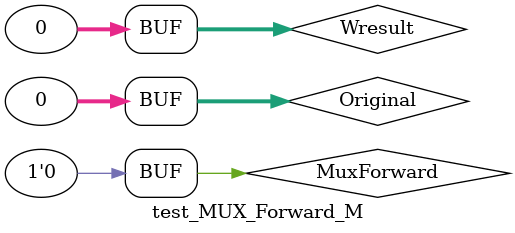
<source format=v>
`timescale 1ns / 1ps


module test_MUX_Forward_M;

	// Inputs
	reg [31:0] Original;
	reg [31:0] Wresult;
	reg MuxForward;

	// Outputs
	wire [31:0] MUXResult;

	// Instantiate the Unit Under Test (UUT)
	MUX_Forward_M uut (
		.Original(Original), 
		.Wresult(Wresult), 
		.MuxForward(MuxForward), 
		.MUXResult(MUXResult)
	);

	initial begin
		// Initialize Inputs
		Original = 0;
		Wresult = 0;
		MuxForward = 0;

		// Wait 100 ns for global reset to finish
		#100;
        
		// Add stimulus here

	end
      
endmodule


</source>
